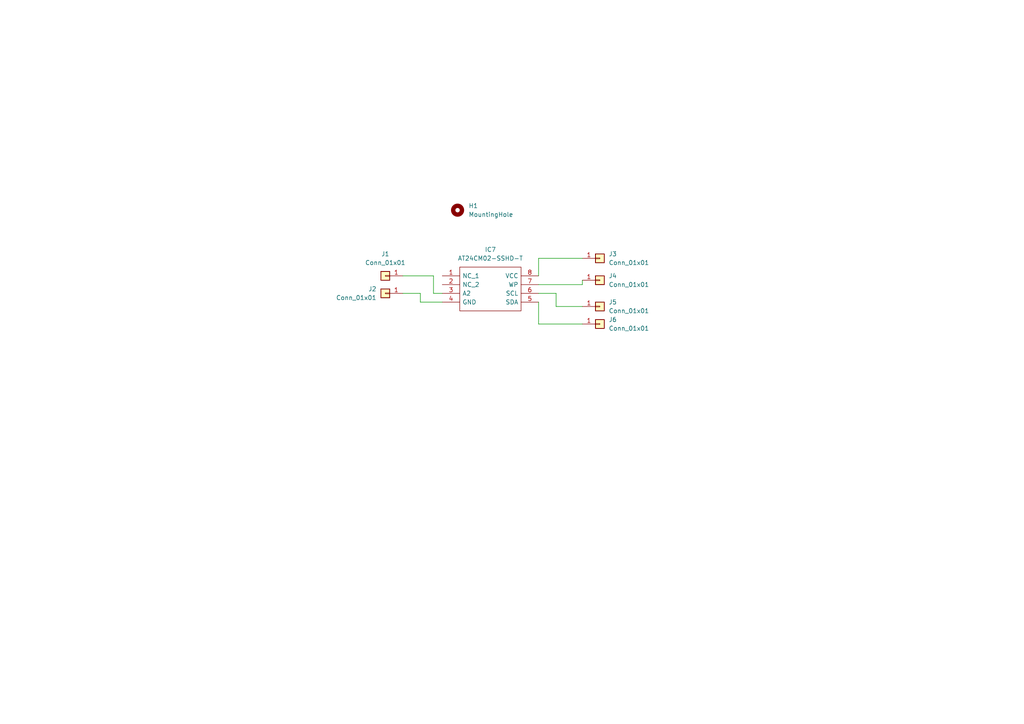
<source format=kicad_sch>
(kicad_sch (version 20211123) (generator eeschema)
  (paper "A4")
  (lib_symbols
    (symbol "Connector_Generic:Conn_01x01" (pin_names (offset 1.016) hide)
      (property "Reference" "J" (at 0 2.54 0))
      (property "Value" "Conn_01x01" (at 0 -2.54 0))
      (symbol "Conn_01x01_1_1"
        (rectangle (start -1.27 0.127) (end 0 -0.127) (stroke (width 0.1524)))
        (rectangle (start -1.27 1.27) (end 1.27 -1.27) (stroke (width 0.254)) (fill (type background)))
        (pin passive line (at -5.08 0 0) (length 3.81) (name "Pin_1") (number "1"))
      )
    )
    (symbol "Mechanical:MountingHole" (pin_names (offset 1.016))
      (property "Reference" "H" (at 0 5.08 0))
      (property "Value" "MountingHole" (at 0 3.175 0))
      (symbol "MountingHole_0_1"
        (circle (center 0 0) (radius 1.27) (stroke (width 1.27)))
      )
    )
    (symbol "SamacSys_Parts:AT24CM02-SSHD-T" (pin_names (offset 0.762))
      (property "Reference" "IC" (at 24.13 7.62 0))
      (property "Value" "SamacSys_Parts_AT24CM02-SSHD-T" (at 24.13 5.08 0))
      (symbol "AT24CM02-SSHD-T_0_0"
        (pin passive line (at 0 0 0) (length 5.08) (name "NC_1") (number "1"))
        (pin passive line (at 0 -2.54 0) (length 5.08) (name "NC_2") (number "2"))
        (pin passive line (at 0 -5.08 0) (length 5.08) (name "A2") (number "3"))
        (pin passive line (at 0 -7.62 0) (length 5.08) (name "GND") (number "4"))
        (pin passive line (at 27.94 -7.62 180) (length 5.08) (name "SDA") (number "5"))
        (pin passive line (at 27.94 -5.08 180) (length 5.08) (name "SCL") (number "6"))
        (pin passive line (at 27.94 -2.54 180) (length 5.08) (name "WP") (number "7"))
        (pin passive line (at 27.94 0 180) (length 5.08) (name "VCC") (number "8"))
      )
      (symbol "AT24CM02-SSHD-T_0_1"
        (polyline (pts (xy 5.08 2.54) (xy 22.86 2.54) (xy 22.86 -10.16) (xy 5.08 -10.16) (xy 5.08 2.54)) (stroke (width 0.1524)))
      )
    )
  )
  (wire (pts (xy 125.73 80.01) (xy 116.84 80.01)))
  (wire (pts (xy 121.92 87.63) (xy 128.27 87.63)))
  (wire (pts (xy 156.21 93.98) (xy 156.21 87.63)))
  (wire (pts (xy 125.73 85.09) (xy 125.73 80.01)))
  (wire (pts (xy 161.29 85.09) (xy 156.21 85.09)))
  (wire (pts (xy 116.84 85.09) (xy 121.92 85.09)))
  (wire (pts (xy 168.91 82.55) (xy 168.91 81.28)))
  (wire (pts (xy 168.91 88.9) (xy 161.29 88.9)))
  (wire (pts (xy 156.21 82.55) (xy 168.91 82.55)))
  (wire (pts (xy 168.91 93.98) (xy 156.21 93.98)))
  (wire (pts (xy 161.29 88.9) (xy 161.29 85.09)))
  (wire (pts (xy 156.21 74.93) (xy 156.21 80.01)))
  (wire (pts (xy 168.91 74.93) (xy 156.21 74.93)))
  (wire (pts (xy 121.92 85.09) (xy 121.92 87.63)))
  (wire (pts (xy 128.27 85.09) (xy 125.73 85.09)))
  (symbol (lib_id "SamacSys_Parts:AT24CM02-SSHD-T") (at 128.27 80.01 0) (unit 1)
    (property "Reference" "IC7" (at 142.24 72.39 0))
    (property "Value" "AT24CM02-SSHD-T" (at 142.24 74.93 0))
    (property "Footprint" "SOIC127P600X175-8N" (effects hide))
    (property "Datasheet" "http://www.microchip.com/mymicrochip/filehandler.aspx?ddocname=en589710" (effects hide))
    (property "Description" "Microchip Technology SEEPROM, 2M, I2C - 2.5-5.5V, 1MHz, Ind Tmp, 8-SOIC-N" (effects hide))
    (property "Height" "1.75" (effects hide))
    (property "Mouser Part Number" "579-AT24CM02-SSHD-T" (effects hide))
    (property "Mouser Price/Stock" "https://www.mouser.co.uk/ProductDetail/Microchip-Technology-Atmel/AT24CM02-SSHD-T?qs=PUo64BuKcKhotVY50Ve67g%3D%3D" (effects hide))
    (property "Manufacturer_Name" "Microchip" (effects hide))
    (property "Manufacturer_Part_Number" "AT24CM02-SSHD-T" (effects hide))
  )
  (symbol (lib_id "Connector_Generic:Conn_01x01") (at 111.76 80.01 180) (unit 1)
    (property "Reference" "J1" (at 111.76 73.66 0))
    (property "Value" "Conn_01x01" (at 111.76 76.2 0))
    (property "Footprint" "Connector_PinHeader_2.54mm:PinHeader_1x01_P2.54mm_Vertical" (effects hide))
  )
  (symbol (lib_id "Connector_Generic:Conn_01x01") (at 111.76 85.09 180) (unit 1)
    (property "Reference" "J2" (at 109.22 83.8199 0) (effects (justify left)))
    (property "Value" "Conn_01x01" (at 109.22 86.3599 0) (effects (justify left)))
    (property "Footprint" "Connector_PinHeader_2.54mm:PinHeader_1x01_P2.54mm_Vertical" (effects hide))
  )
  (symbol (lib_id "Connector_Generic:Conn_01x01") (at 173.99 81.28 0) (unit 1)
    (property "Reference" "J4" (at 176.53 80.0099 0) (effects (justify left)))
    (property "Value" "Conn_01x01" (at 176.53 82.5499 0) (effects (justify left)))
    (property "Footprint" "Connector_PinHeader_2.54mm:PinHeader_1x01_P2.54mm_Vertical" (effects hide))
  )
  (symbol (lib_id "Connector_Generic:Conn_01x01") (at 173.99 74.93 0) (unit 1)
    (property "Reference" "J3" (at 176.53 73.6599 0) (effects (justify left)))
    (property "Value" "Conn_01x01" (at 176.53 76.1999 0) (effects (justify left)))
    (property "Footprint" "Connector_PinHeader_2.54mm:PinHeader_1x01_P2.54mm_Vertical" (effects hide))
  )
  (symbol (lib_id "Connector_Generic:Conn_01x01") (at 173.99 93.98 0) (unit 1)
    (property "Reference" "J6" (at 176.53 92.7099 0) (effects (justify left)))
    (property "Value" "Conn_01x01" (at 176.53 95.2499 0) (effects (justify left)))
    (property "Footprint" "Connector_PinHeader_2.54mm:PinHeader_1x01_P2.54mm_Vertical" (effects hide))
  )
  (symbol (lib_id "Connector_Generic:Conn_01x01") (at 173.99 88.9 0) (unit 1)
    (property "Reference" "J5" (at 176.53 87.6299 0) (effects (justify left)))
    (property "Value" "Conn_01x01" (at 176.53 90.1699 0) (effects (justify left)))
    (property "Footprint" "Connector_PinHeader_2.54mm:PinHeader_1x01_P2.54mm_Vertical" (effects hide))
  )
  (symbol (lib_id "Mechanical:MountingHole") (at 132.715 60.96 0) (unit 1)
    (property "Reference" "H1" (at 135.89 59.6899 0) (effects (justify left)))
    (property "Value" "MountingHole" (at 135.89 62.2299 0) (effects (justify left)))
    (property "Footprint" "MountingHole:MountingHole_2.5mm" (effects hide))
  )
)
</source>
